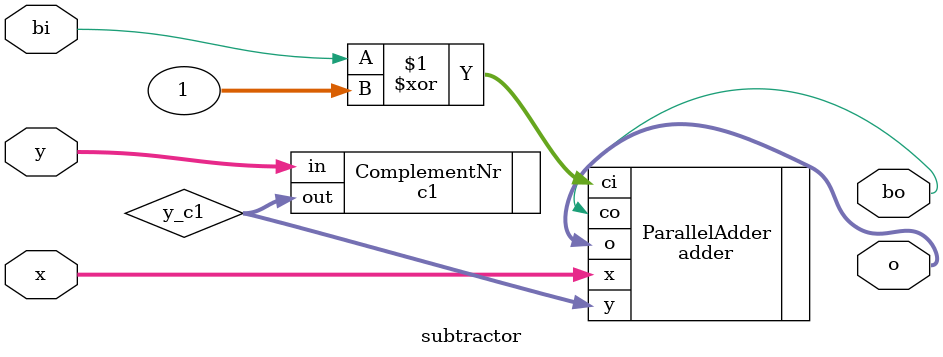
<source format=sv>

module subtractor #(
  parameter w = 8
)(
  input [w - 1 : 0] x,
  input [w - 1 : 0] y,
  input bi,
  output reg [w - 1 : 0] o,
  output bo
);
  
  reg [w - 1 : 0] y_c1;
  
  c1 #(.w(w)) ComplementNr(.in(y), .out(y_c1));
  
  adder #(.w(w)) ParallelAdder(.x(x), .y(y_c1), .ci(bi ^ 1), .co(bo), .o(o));
  
endmodule
</source>
